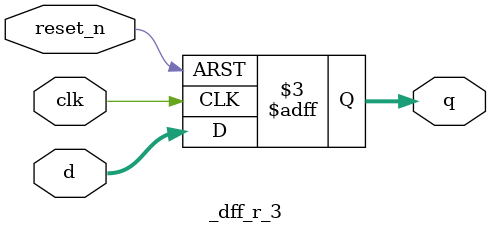
<source format=v>
module _dff_r_3(clk, reset_n, d, q);
	input clk,reset_n;
	input [2:0] d;
	output reg [2:0] q;
	
	// 3 bit flip flop
	always@(posedge clk or negedge reset_n)
	begin
		if(reset_n == 0) q <= 0;
		else q <= d;
	end
endmodule
	
</source>
